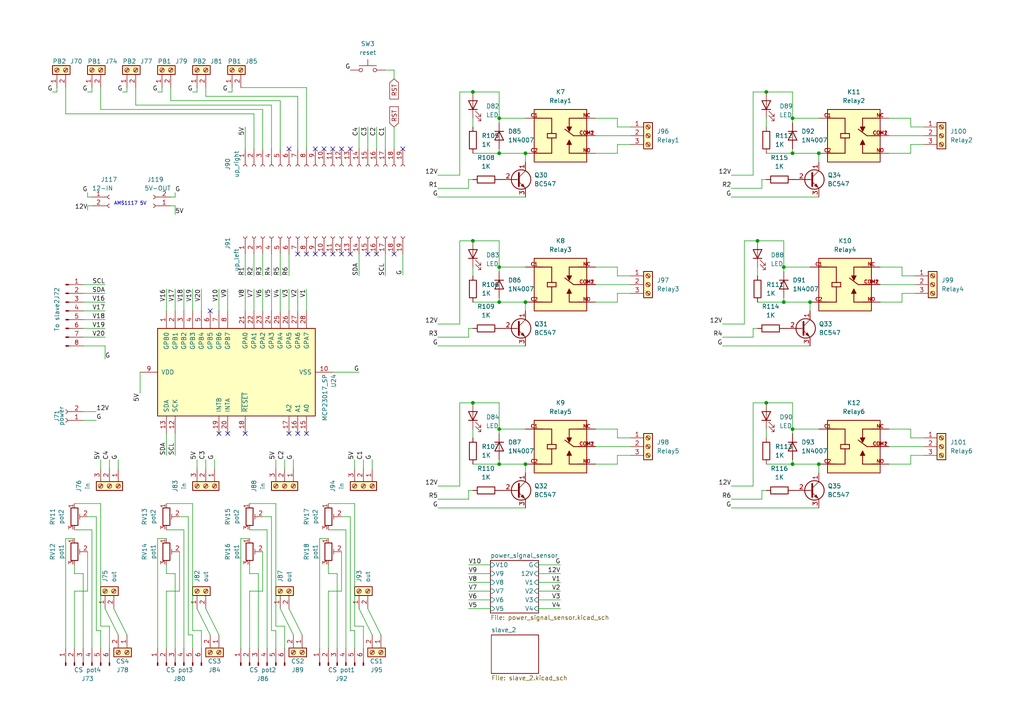
<source format=kicad_sch>
(kicad_sch (version 20211123) (generator eeschema)
  (paper "A4")
  (lib_symbols
    (symbol "Connector:Conn_01x02_Female" (pin_names (offset 1.016) hide)
      (property "Reference" "J" (at 0 2.54 0))
      (property "Value" "Conn_01x02_Female" (at 0 -5.08 0))
      (symbol "Conn_01x02_Female_1_1"
        (pin passive line (at -5.08 0 0) (length 3.81) (name "Pin_1") (number "1"))
        (pin passive line (at -5.08 -2.54 0) (length 3.81) (name "Pin_2") (number "2"))
      )
    )
    (symbol "Connector:Conn_01x06_Male" (pin_names (offset 1.016) hide)
      (property "Reference" "J" (at 0 7.62 0))
      (property "Value" "Conn_01x06_Male" (at 0 -10.16 0))
      (symbol "Conn_01x06_Male_1_1"
        (pin passive line (at 5.08 5.08 180) (length 3.81) (name "Pin_1") (number "1"))
        (pin passive line (at 5.08 2.54 180) (length 3.81) (name "Pin_2") (number "2"))
        (pin passive line (at 5.08 0 180) (length 3.81) (name "Pin_3") (number "3"))
        (pin passive line (at 5.08 -2.54 180) (length 3.81) (name "Pin_4") (number "4"))
        (pin passive line (at 5.08 -5.08 180) (length 3.81) (name "Pin_5") (number "5"))
        (pin passive line (at 5.08 -7.62 180) (length 3.81) (name "Pin_6") (number "6"))
      )
    )
    (symbol "Connector:Conn_01x08_Male" (pin_names (offset 1.016) hide)
      (property "Reference" "J" (at 0 10.16 0))
      (property "Value" "Conn_01x08_Male" (at 0 -12.7 0))
      (symbol "Conn_01x08_Male_1_1"
        (pin passive line (at 5.08 7.62 180) (length 3.81) (name "Pin_1") (number "1"))
        (pin passive line (at 5.08 5.08 180) (length 3.81) (name "Pin_2") (number "2"))
        (pin passive line (at 5.08 2.54 180) (length 3.81) (name "Pin_3") (number "3"))
        (pin passive line (at 5.08 0 180) (length 3.81) (name "Pin_4") (number "4"))
        (pin passive line (at 5.08 -2.54 180) (length 3.81) (name "Pin_5") (number "5"))
        (pin passive line (at 5.08 -5.08 180) (length 3.81) (name "Pin_6") (number "6"))
        (pin passive line (at 5.08 -7.62 180) (length 3.81) (name "Pin_7") (number "7"))
        (pin passive line (at 5.08 -10.16 180) (length 3.81) (name "Pin_8") (number "8"))
      )
    )
    (symbol "Connector:Conn_01x19_Female" (pin_names (offset 1.016) hide)
      (property "Reference" "J" (at 0 25.4 0))
      (property "Value" "Conn_01x19_Female" (at 0 -25.4 0))
      (symbol "Conn_01x19_Female_1_1"
        (pin passive line (at -5.08 22.86 0) (length 3.81) (name "Pin_1") (number "1"))
        (pin passive line (at -5.08 0 0) (length 3.81) (name "Pin_10") (number "10"))
        (pin passive line (at -5.08 -2.54 0) (length 3.81) (name "Pin_11") (number "11"))
        (pin passive line (at -5.08 -5.08 0) (length 3.81) (name "Pin_12") (number "12"))
        (pin passive line (at -5.08 -7.62 0) (length 3.81) (name "Pin_13") (number "13"))
        (pin passive line (at -5.08 -10.16 0) (length 3.81) (name "Pin_14") (number "14"))
        (pin passive line (at -5.08 -12.7 0) (length 3.81) (name "Pin_15") (number "15"))
        (pin passive line (at -5.08 -15.24 0) (length 3.81) (name "Pin_16") (number "16"))
        (pin passive line (at -5.08 -17.78 0) (length 3.81) (name "Pin_17") (number "17"))
        (pin passive line (at -5.08 -20.32 0) (length 3.81) (name "Pin_18") (number "18"))
        (pin passive line (at -5.08 -22.86 0) (length 3.81) (name "Pin_19") (number "19"))
        (pin passive line (at -5.08 20.32 0) (length 3.81) (name "Pin_2") (number "2"))
        (pin passive line (at -5.08 17.78 0) (length 3.81) (name "Pin_3") (number "3"))
        (pin passive line (at -5.08 15.24 0) (length 3.81) (name "Pin_4") (number "4"))
        (pin passive line (at -5.08 12.7 0) (length 3.81) (name "Pin_5") (number "5"))
        (pin passive line (at -5.08 10.16 0) (length 3.81) (name "Pin_6") (number "6"))
        (pin passive line (at -5.08 7.62 0) (length 3.81) (name "Pin_7") (number "7"))
        (pin passive line (at -5.08 5.08 0) (length 3.81) (name "Pin_8") (number "8"))
        (pin passive line (at -5.08 2.54 0) (length 3.81) (name "Pin_9") (number "9"))
      )
    )
    (symbol "Connector:Screw_Terminal_01x02" (pin_names (offset 1.016) hide)
      (property "Reference" "J" (at 0 2.54 0))
      (property "Value" "Screw_Terminal_01x02" (at 0 -5.08 0))
      (symbol "Screw_Terminal_01x02_1_1"
        (pin passive line (at -5.08 0 0) (length 3.81) (name "Pin_1") (number "1"))
        (pin passive line (at -5.08 -2.54 0) (length 3.81) (name "Pin_2") (number "2"))
      )
    )
    (symbol "Connector:Screw_Terminal_01x03" (pin_names (offset 1.016) hide)
      (property "Reference" "J" (at 0 5.08 0))
      (property "Value" "Screw_Terminal_01x03" (at 0 -5.08 0))
      (symbol "Screw_Terminal_01x03_1_1"
        (pin passive line (at -5.08 2.54 0) (length 3.81) (name "Pin_1") (number "1"))
        (pin passive line (at -5.08 0 0) (length 3.81) (name "Pin_2") (number "2"))
        (pin passive line (at -5.08 -2.54 0) (length 3.81) (name "Pin_3") (number "3"))
      )
    )
    (symbol "Device:LED" (pin_numbers hide) (pin_names (offset 1.016) hide)
      (property "Reference" "D" (at 0 2.54 0))
      (property "Value" "LED" (at 0 -2.54 0))
      (symbol "LED_1_1"
        (pin passive line (at -3.81 0 0) (length 2.54) (name "K") (number "1"))
        (pin passive line (at 3.81 0 180) (length 2.54) (name "A") (number "2"))
      )
    )
    (symbol "Device:R" (pin_numbers hide) (pin_names (offset 0))
      (property "Reference" "R" (at 2.032 0 90))
      (property "Value" "R" (at 0 0 90))
      (symbol "R_1_1"
        (pin passive line (at 0 3.81 270) (length 1.27) (name "~") (number "1"))
        (pin passive line (at 0 -3.81 90) (length 1.27) (name "~") (number "2"))
      )
    )
    (symbol "Device:R_Potentiometer_Trim" (pin_names (offset 1.016) hide)
      (property "Reference" "RV" (at -4.445 0 90))
      (property "Value" "R_Potentiometer_Trim" (at -2.54 0 90))
      (symbol "R_Potentiometer_Trim_1_1"
        (pin passive line (at 0 3.81 270) (length 1.27) (name "1") (number "1"))
        (pin passive line (at 3.81 0 180) (length 1.27) (name "2") (number "2"))
        (pin passive line (at 0 -3.81 90) (length 1.27) (name "3") (number "3"))
      )
    )
    (symbol "Diode:1N4007" (pin_numbers hide) (pin_names hide)
      (property "Reference" "D" (at 0 2.54 0))
      (property "Value" "1N4007" (at 0 -2.54 0))
      (symbol "1N4007_1_1"
        (pin passive line (at -3.81 0 0) (length 2.54) (name "K") (number "1"))
        (pin passive line (at 3.81 0 180) (length 2.54) (name "A") (number "2"))
      )
    )
    (symbol "Interface_Expansion:MCP23017_SP" (pin_names (offset 1.016))
      (property "Reference" "U" (at -11.43 24.13 0))
      (property "Value" "MCP23017_SP" (at 0 0 0))
      (symbol "MCP23017_SP_1_1"
        (pin bidirectional line (at 17.78 20.32 180) (length 5.08) (name "GPB0") (number "1"))
        (pin power_in line (at 0 -27.94 90) (length 5.08) (name "VSS") (number "10"))
        (pin no_connect line (at -12.7 15.24 0) (length 5.08) hide (name "NC") (number "11"))
        (pin input line (at -17.78 17.78 0) (length 5.08) (name "SCK") (number "12"))
        (pin bidirectional line (at -17.78 20.32 0) (length 5.08) (name "SDA") (number "13"))
        (pin no_connect line (at -12.7 12.7 0) (length 5.08) hide (name "NC") (number "14"))
        (pin input line (at -17.78 -20.32 0) (length 5.08) (name "A0") (number "15"))
        (pin input line (at -17.78 -17.78 0) (length 5.08) (name "A1") (number "16"))
        (pin input line (at -17.78 -15.24 0) (length 5.08) (name "A2") (number "17"))
        (pin input line (at -17.78 -2.54 0) (length 5.08) (name "~{RESET}") (number "18"))
        (pin tri_state line (at -17.78 5.08 0) (length 5.08) (name "INTB") (number "19"))
        (pin bidirectional line (at 17.78 17.78 180) (length 5.08) (name "GPB1") (number "2"))
        (pin tri_state line (at -17.78 2.54 0) (length 5.08) (name "INTA") (number "20"))
        (pin bidirectional line (at 17.78 -2.54 180) (length 5.08) (name "GPA0") (number "21"))
        (pin bidirectional line (at 17.78 -5.08 180) (length 5.08) (name "GPA1") (number "22"))
        (pin bidirectional line (at 17.78 -7.62 180) (length 5.08) (name "GPA2") (number "23"))
        (pin bidirectional line (at 17.78 -10.16 180) (length 5.08) (name "GPA3") (number "24"))
        (pin bidirectional line (at 17.78 -12.7 180) (length 5.08) (name "GPA4") (number "25"))
        (pin bidirectional line (at 17.78 -15.24 180) (length 5.08) (name "GPA5") (number "26"))
        (pin bidirectional line (at 17.78 -17.78 180) (length 5.08) (name "GPA6") (number "27"))
        (pin bidirectional line (at 17.78 -20.32 180) (length 5.08) (name "GPA7") (number "28"))
        (pin bidirectional line (at 17.78 15.24 180) (length 5.08) (name "GPB2") (number "3"))
        (pin bidirectional line (at 17.78 12.7 180) (length 5.08) (name "GPB3") (number "4"))
        (pin bidirectional line (at 17.78 10.16 180) (length 5.08) (name "GPB4") (number "5"))
        (pin bidirectional line (at 17.78 7.62 180) (length 5.08) (name "GPB5") (number "6"))
        (pin bidirectional line (at 17.78 5.08 180) (length 5.08) (name "GPB6") (number "7"))
        (pin bidirectional line (at 17.78 2.54 180) (length 5.08) (name "GPB7") (number "8"))
        (pin power_in line (at 0 27.94 270) (length 5.08) (name "VDD") (number "9"))
      )
    )
    (symbol "SLA-12VDC-SL-C:SLA-12VDC-SL-C" (pin_names (offset 1.016))
      (property "Reference" "K" (at -7.62 8.89 0))
      (property "Value" "SLA-12VDC-SL-C" (at -7.62 -10.16 0))
      (symbol "SLA-12VDC-SL-C_0_0"
        (pin passive line (at -10.16 5.08 0) (length 5.08) (name "~") (number "C1"))
        (pin passive line (at -10.16 -5.08 0) (length 5.08) (name "~") (number "C2"))
        (pin passive line (at 10.16 0 180) (length 5.08) (name "~") (number "COM1"))
        (pin passive line (at 10.16 0 180) (length 5.08) (name "~") (number "COM2"))
        (pin passive line (at 10.16 5.08 180) (length 5.08) (name "~") (number "NC"))
        (pin passive line (at 10.16 -5.08 180) (length 5.08) (name "~") (number "NO"))
      )
    )
    (symbol "Switch:SW_Push" (pin_numbers hide) (pin_names (offset 1.016) hide)
      (property "Reference" "SW" (at 1.27 2.54 0))
      (property "Value" "SW_Push" (at 0 -1.524 0))
      (symbol "SW_Push_0_1"
        (pin passive line (at -5.08 0 0) (length 2.54) (name "1") (number "1"))
        (pin passive line (at 5.08 0 180) (length 2.54) (name "2") (number "2"))
      )
    )
    (symbol "Transistor_BJT:BC547" (pin_names (offset 0) hide)
      (property "Reference" "Q" (at 5.08 1.905 0))
      (property "Value" "BC547" (at 5.08 0 0))
      (symbol "BC547_1_1"
        (pin passive line (at 2.54 5.08 270) (length 2.54) (name "C") (number "1"))
        (pin input line (at -5.08 0 0) (length 5.08) (name "B") (number "2"))
        (pin passive line (at 2.54 -5.08 90) (length 2.54) (name "E") (number "3"))
      )
    )
  )
  (junction (at 144.78 87.63))
  (junction (at 237.49 44.45))
  (junction (at 152.4 44.45))
  (junction (at 222.25 116.84))
  (junction (at 137.16 69.85))
  (junction (at 152.4 134.62))
  (junction (at 137.16 116.84))
  (junction (at 144.78 77.47))
  (junction (at 152.4 87.63))
  (junction (at 229.87 134.62))
  (junction (at 137.16 26.67))
  (junction (at 144.78 34.29))
  (junction (at 229.87 124.46))
  (junction (at 227.33 77.47))
  (junction (at 234.95 87.63))
  (junction (at 237.49 134.62))
  (junction (at 144.78 124.46))
  (junction (at 144.78 134.62))
  (junction (at 229.87 34.29))
  (junction (at 144.78 44.45))
  (junction (at 227.33 87.63))
  (junction (at 222.25 26.67))
  (junction (at 219.71 69.85))
  (junction (at 229.87 44.45))
  (no_connect (at 86.36 73.66))
  (no_connect (at 91.44 73.66))
  (no_connect (at 101.6 73.66))
  (no_connect (at 99.06 43.18))
  (no_connect (at 114.3 73.66))
  (no_connect (at 101.6 43.18))
  (no_connect (at 93.98 73.66))
  (no_connect (at 88.9 125.73))
  (no_connect (at 109.22 73.66))
  (no_connect (at 86.36 125.73))
  (no_connect (at 60.96 90.17))
  (no_connect (at 66.04 125.73))
  (no_connect (at 106.68 73.66))
  (no_connect (at 96.52 73.66))
  (no_connect (at 83.82 43.18))
  (no_connect (at 93.98 43.18))
  (no_connect (at 96.52 43.18))
  (no_connect (at 71.12 125.73))
  (no_connect (at 63.5 125.73))
  (no_connect (at 83.82 125.73))
  (no_connect (at 99.06 73.66))
  (no_connect (at 116.84 43.18))
  (no_connect (at 91.44 43.18))
  (no_connect (at 88.9 73.66))
  (wire (pts (xy 27.94 182.88) (xy 29.21 182.88)))
  (wire (pts (xy 261.62 85.09) (xy 261.62 87.63)))
  (wire (pts (xy 142.24 166.37) (xy 135.89 166.37)))
  (wire (pts (xy 255.27 77.47) (xy 261.62 77.47)))
  (wire (pts (xy 66.04 90.17) (xy 66.04 83.82)))
  (wire (pts (xy 152.4 44.45) (xy 152.4 46.99)))
  (wire (pts (xy 107.95 184.15) (xy 104.14 176.53)))
  (wire (pts (xy 144.78 35.56) (xy 144.78 34.29)))
  (wire (pts (xy 127 54.61) (xy 135.89 54.61)))
  (wire (pts (xy 69.85 156.21) (xy 72.39 156.21)))
  (wire (pts (xy 135.89 95.25) (xy 137.16 95.25)))
  (wire (pts (xy 36.83 184.15) (xy 33.02 176.53)))
  (wire (pts (xy 229.87 43.18) (xy 229.87 44.45)))
  (wire (pts (xy 218.44 97.79) (xy 218.44 95.25)))
  (wire (pts (xy 24.13 121.92) (xy 27.94 121.92)))
  (wire (pts (xy 48.26 153.67) (xy 53.34 153.67)))
  (wire (pts (xy 26.67 153.67) (xy 26.67 187.96)))
  (wire (pts (xy 137.16 44.45) (xy 144.78 44.45)))
  (wire (pts (xy 46.99 26.67) (xy 45.72 26.67)))
  (wire (pts (xy 144.78 125.73) (xy 144.78 124.46)))
  (wire (pts (xy 264.16 41.91) (xy 264.16 44.45)))
  (wire (pts (xy 55.88 182.88) (xy 58.42 182.88)))
  (wire (pts (xy 49.53 29.21) (xy 81.28 29.21)))
  (wire (pts (xy 49.53 59.69) (xy 50.8 59.69)))
  (wire (pts (xy 182.88 41.91) (xy 179.07 41.91)))
  (wire (pts (xy 97.79 166.37) (xy 97.79 187.96)))
  (wire (pts (xy 222.25 116.84) (xy 229.87 116.84)))
  (wire (pts (xy 135.89 52.07) (xy 137.16 52.07)))
  (wire (pts (xy 127 97.79) (xy 135.89 97.79)))
  (wire (pts (xy 77.47 187.96) (xy 77.47 153.67)))
  (wire (pts (xy 182.88 132.08) (xy 179.07 132.08)))
  (wire (pts (xy 25.4 60.96) (xy 25.4 59.69)))
  (wire (pts (xy 109.22 36.83) (xy 109.22 43.18)))
  (wire (pts (xy 95.25 153.67) (xy 100.33 153.67)))
  (wire (pts (xy 31.75 133.35) (xy 31.75 135.89)))
  (wire (pts (xy 116.84 79.756) (xy 116.84 73.66)))
  (wire (pts (xy 212.09 147.32) (xy 237.49 147.32)))
  (wire (pts (xy 26.67 26.67) (xy 25.4 26.67)))
  (wire (pts (xy 102.87 187.96) (xy 102.87 182.88)))
  (wire (pts (xy 57.15 25.4) (xy 57.15 26.67)))
  (wire (pts (xy 81.28 29.21) (xy 81.28 43.18)))
  (wire (pts (xy 219.71 69.85) (xy 227.33 69.85)))
  (wire (pts (xy 220.98 144.78) (xy 220.98 142.24)))
  (wire (pts (xy 27.94 149.86) (xy 27.94 182.88)))
  (wire (pts (xy 25.4 149.86) (xy 27.94 149.86)))
  (wire (pts (xy 48.26 156.21) (xy 45.72 156.21)))
  (wire (pts (xy 25.4 59.69) (xy 26.67 59.69)))
  (wire (pts (xy 74.93 166.37) (xy 74.93 187.96)))
  (wire (pts (xy 78.74 90.17) (xy 78.74 83.82)))
  (wire (pts (xy 95.25 171.45) (xy 99.06 171.45)))
  (wire (pts (xy 54.61 149.86) (xy 54.61 184.15)))
  (wire (pts (xy 24.13 97.79) (xy 30.48 97.79)))
  (wire (pts (xy 105.41 181.61) (xy 102.87 181.61)))
  (wire (pts (xy 257.81 129.54) (xy 267.97 129.54)))
  (wire (pts (xy 133.35 116.84) (xy 137.16 116.84)))
  (wire (pts (xy 111.76 20.32) (xy 114.3 20.32)))
  (wire (pts (xy 137.16 77.47) (xy 137.16 80.01)))
  (wire (pts (xy 218.44 116.84) (xy 222.25 116.84)))
  (wire (pts (xy 127 100.33) (xy 152.4 100.33)))
  (wire (pts (xy 95.25 187.96) (xy 95.25 171.45)))
  (wire (pts (xy 85.09 184.15) (xy 81.28 176.53)))
  (wire (pts (xy 60.96 184.15) (xy 57.15 176.53)))
  (wire (pts (xy 162.56 166.37) (xy 156.21 166.37)))
  (wire (pts (xy 127 147.32) (xy 152.4 147.32)))
  (wire (pts (xy 92.71 156.21) (xy 95.25 156.21)))
  (wire (pts (xy 72.39 153.67) (xy 77.47 153.67)))
  (wire (pts (xy 104.14 107.95) (xy 96.52 107.95)))
  (wire (pts (xy 82.55 181.61) (xy 80.01 181.61)))
  (wire (pts (xy 59.69 27.94) (xy 86.36 27.94)))
  (wire (pts (xy 45.72 156.21) (xy 45.72 187.96)))
  (wire (pts (xy 144.78 87.63) (xy 152.4 87.63)))
  (wire (pts (xy 52.07 171.45) (xy 48.26 171.45)))
  (wire (pts (xy 21.59 153.67) (xy 26.67 153.67)))
  (wire (pts (xy 144.78 78.74) (xy 144.78 77.47)))
  (wire (pts (xy 58.42 90.17) (xy 58.42 83.82)))
  (wire (pts (xy 215.9 69.85) (xy 215.9 93.98)))
  (wire (pts (xy 48.26 146.05) (xy 55.88 146.05)))
  (wire (pts (xy 48.26 90.17) (xy 48.26 83.82)))
  (wire (pts (xy 104.14 36.83) (xy 104.14 43.18)))
  (wire (pts (xy 179.07 77.47) (xy 179.07 80.01)))
  (wire (pts (xy 39.37 30.48) (xy 78.74 30.48)))
  (wire (pts (xy 80.01 187.96) (xy 80.01 182.88)))
  (wire (pts (xy 179.07 87.63) (xy 172.72 87.63)))
  (wire (pts (xy 127 144.78) (xy 135.89 144.78)))
  (wire (pts (xy 172.72 124.46) (xy 179.07 124.46)))
  (wire (pts (xy 50.8 59.69) (xy 50.8 62.23)))
  (wire (pts (xy 133.35 116.84) (xy 133.35 140.97)))
  (wire (pts (xy 59.69 25.4) (xy 59.69 27.94)))
  (wire (pts (xy 222.25 44.45) (xy 229.87 44.45)))
  (wire (pts (xy 30.48 82.55) (xy 24.13 82.55)))
  (wire (pts (xy 53.34 153.67) (xy 53.34 187.96)))
  (wire (pts (xy 162.56 163.83) (xy 156.21 163.83)))
  (wire (pts (xy 257.81 124.46) (xy 264.16 124.46)))
  (wire (pts (xy 215.9 69.85) (xy 219.71 69.85)))
  (wire (pts (xy 209.55 100.33) (xy 234.95 100.33)))
  (wire (pts (xy 78.74 182.88) (xy 80.01 182.88)))
  (wire (pts (xy 102.87 181.61) (xy 102.87 146.05)))
  (wire (pts (xy 16.51 25.4) (xy 16.51 26.67)))
  (wire (pts (xy 264.16 36.83) (xy 267.97 36.83)))
  (wire (pts (xy 144.78 134.62) (xy 152.4 134.62)))
  (wire (pts (xy 69.85 25.4) (xy 88.9 25.4)))
  (wire (pts (xy 76.2 73.66) (xy 76.2 80.01)))
  (wire (pts (xy 229.87 124.46) (xy 237.49 124.46)))
  (wire (pts (xy 152.4 134.62) (xy 152.4 137.16)))
  (wire (pts (xy 21.59 171.45) (xy 25.4 171.45)))
  (wire (pts (xy 73.66 33.02) (xy 73.66 43.18)))
  (wire (pts (xy 55.88 146.05) (xy 55.88 182.88)))
  (wire (pts (xy 73.66 73.66) (xy 73.66 80.01)))
  (wire (pts (xy 24.13 90.17) (xy 30.48 90.17)))
  (wire (pts (xy 133.35 140.97) (xy 127 140.97)))
  (wire (pts (xy 106.68 36.83) (xy 106.68 43.18)))
  (wire (pts (xy 71.12 90.17) (xy 71.12 83.82)))
  (wire (pts (xy 72.39 171.45) (xy 76.2 171.45)))
  (wire (pts (xy 142.24 176.53) (xy 135.89 176.53)))
  (wire (pts (xy 137.16 124.46) (xy 137.16 127)))
  (wire (pts (xy 152.4 87.63) (xy 152.4 90.17)))
  (wire (pts (xy 265.43 85.09) (xy 261.62 85.09)))
  (wire (pts (xy 52.07 171.45) (xy 52.07 160.02)))
  (wire (pts (xy 137.16 134.62) (xy 144.78 134.62)))
  (wire (pts (xy 137.16 116.84) (xy 144.78 116.84)))
  (wire (pts (xy 144.78 44.45) (xy 152.4 44.45)))
  (wire (pts (xy 133.35 26.67) (xy 137.16 26.67)))
  (wire (pts (xy 179.07 34.29) (xy 179.07 36.83)))
  (wire (pts (xy 229.87 125.73) (xy 229.87 124.46)))
  (wire (pts (xy 222.25 134.62) (xy 229.87 134.62)))
  (wire (pts (xy 144.78 124.46) (xy 152.4 124.46)))
  (wire (pts (xy 81.28 73.66) (xy 81.28 80.01)))
  (wire (pts (xy 264.16 127) (xy 267.97 127)))
  (wire (pts (xy 218.44 116.84) (xy 218.44 140.97)))
  (wire (pts (xy 21.59 156.21) (xy 19.05 156.21)))
  (wire (pts (xy 135.89 54.61) (xy 135.89 52.07)))
  (wire (pts (xy 179.07 132.08) (xy 179.07 134.62)))
  (wire (pts (xy 212.09 57.15) (xy 237.49 57.15)))
  (wire (pts (xy 76.2 31.75) (xy 76.2 43.18)))
  (wire (pts (xy 219.71 77.47) (xy 219.71 80.01)))
  (wire (pts (xy 76.2 171.45) (xy 76.2 160.02)))
  (wire (pts (xy 52.07 149.86) (xy 54.61 149.86)))
  (wire (pts (xy 71.12 36.83) (xy 71.12 43.18)))
  (wire (pts (xy 212.09 144.78) (xy 220.98 144.78)))
  (wire (pts (xy 67.31 26.67) (xy 66.04 26.67)))
  (wire (pts (xy 135.89 144.78) (xy 135.89 142.24)))
  (wire (pts (xy 172.72 34.29) (xy 179.07 34.29)))
  (wire (pts (xy 69.85 187.96) (xy 69.85 156.21)))
  (wire (pts (xy 133.35 93.98) (xy 127 93.98)))
  (wire (pts (xy 58.42 182.88) (xy 58.42 187.96)))
  (wire (pts (xy 78.74 73.66) (xy 78.74 80.01)))
  (wire (pts (xy 144.78 69.85) (xy 144.78 77.47)))
  (wire (pts (xy 101.6 182.88) (xy 102.87 182.88)))
  (wire (pts (xy 133.35 69.85) (xy 137.16 69.85)))
  (wire (pts (xy 85.09 135.89) (xy 85.09 133.35)))
  (wire (pts (xy 55.88 184.15) (xy 55.88 187.96)))
  (wire (pts (xy 57.15 26.67) (xy 55.88 26.67)))
  (wire (pts (xy 29.21 182.88) (xy 29.21 187.96)))
  (wire (pts (xy 229.87 34.29) (xy 237.49 34.29)))
  (wire (pts (xy 24.13 100.33) (xy 30.48 100.33)))
  (wire (pts (xy 135.89 142.24) (xy 137.16 142.24)))
  (wire (pts (xy 182.88 85.09) (xy 179.07 85.09)))
  (wire (pts (xy 172.72 129.54) (xy 182.88 129.54)))
  (wire (pts (xy 21.59 163.83) (xy 21.59 166.37)))
  (wire (pts (xy 135.89 97.79) (xy 135.89 95.25)))
  (wire (pts (xy 218.44 26.67) (xy 218.44 50.8)))
  (wire (pts (xy 40.64 114.046) (xy 40.64 107.95)))
  (wire (pts (xy 137.16 34.29) (xy 137.16 36.83)))
  (wire (pts (xy 48.26 171.45) (xy 48.26 187.96)))
  (wire (pts (xy 144.78 116.84) (xy 144.78 124.46)))
  (wire (pts (xy 142.24 168.91) (xy 135.89 168.91)))
  (wire (pts (xy 144.78 34.29) (xy 152.4 34.29)))
  (wire (pts (xy 219.71 87.63) (xy 227.33 87.63)))
  (wire (pts (xy 86.36 90.17) (xy 86.36 83.82)))
  (wire (pts (xy 142.24 163.83) (xy 135.89 163.83)))
  (wire (pts (xy 99.06 149.86) (xy 101.6 149.86)))
  (wire (pts (xy 63.5 184.15) (xy 59.69 176.53)))
  (wire (pts (xy 110.49 184.15) (xy 106.68 176.53)))
  (wire (pts (xy 95.25 166.37) (xy 97.79 166.37)))
  (wire (pts (xy 227.33 86.36) (xy 227.33 87.63)))
  (wire (pts (xy 105.41 187.96) (xy 105.41 181.61)))
  (wire (pts (xy 72.39 187.96) (xy 72.39 171.45)))
  (wire (pts (xy 71.12 73.66) (xy 71.12 80.01)))
  (wire (pts (xy 172.72 39.37) (xy 182.88 39.37)))
  (wire (pts (xy 261.62 87.63) (xy 255.27 87.63)))
  (wire (pts (xy 24.13 95.25) (xy 30.48 95.25)))
  (wire (pts (xy 55.88 90.17) (xy 55.88 83.82)))
  (wire (pts (xy 76.2 90.17) (xy 76.2 83.82)))
  (wire (pts (xy 222.25 26.67) (xy 229.87 26.67)))
  (wire (pts (xy 179.07 85.09) (xy 179.07 87.63)))
  (wire (pts (xy 48.26 166.37) (xy 48.26 163.83)))
  (wire (pts (xy 261.62 80.01) (xy 265.43 80.01)))
  (wire (pts (xy 24.13 92.71) (xy 30.48 92.71)))
  (wire (pts (xy 95.25 163.83) (xy 95.25 166.37)))
  (wire (pts (xy 83.82 73.66) (xy 83.82 80.01)))
  (wire (pts (xy 264.16 44.45) (xy 257.81 44.45)))
  (wire (pts (xy 264.16 34.29) (xy 264.16 36.83)))
  (wire (pts (xy 29.21 133.35) (xy 29.21 135.89)))
  (wire (pts (xy 179.07 41.91) (xy 179.07 44.45)))
  (wire (pts (xy 86.36 27.94) (xy 86.36 43.18)))
  (wire (pts (xy 229.87 35.56) (xy 229.87 34.29)))
  (wire (pts (xy 31.75 181.61) (xy 29.21 181.61)))
  (wire (pts (xy 30.48 85.09) (xy 24.13 85.09)))
  (wire (pts (xy 54.61 184.15) (xy 55.88 184.15)))
  (wire (pts (xy 24.13 87.63) (xy 30.48 87.63)))
  (wire (pts (xy 222.25 34.29) (xy 222.25 36.83)))
  (wire (pts (xy 25.4 57.15) (xy 25.4 55.88)))
  (wire (pts (xy 222.25 124.46) (xy 222.25 127)))
  (wire (pts (xy 36.83 25.4) (xy 36.83 26.67)))
  (wire (pts (xy 92.71 187.96) (xy 92.71 156.21)))
  (wire (pts (xy 107.95 135.89) (xy 107.95 133.35)))
  (wire (pts (xy 229.87 134.62) (xy 237.49 134.62)))
  (wire (pts (xy 257.81 39.37) (xy 267.97 39.37)))
  (wire (pts (xy 218.44 50.8) (xy 212.09 50.8)))
  (wire (pts (xy 215.9 93.98) (xy 209.55 93.98)))
  (wire (pts (xy 81.28 90.17) (xy 81.28 83.82)))
  (wire (pts (xy 25.4 171.45) (xy 25.4 160.02)))
  (wire (pts (xy 114.3 20.32) (xy 114.3 22.86)))
  (wire (pts (xy 255.27 82.55) (xy 265.43 82.55)))
  (wire (pts (xy 264.16 124.46) (xy 264.16 127)))
  (wire (pts (xy 156.21 173.99) (xy 162.56 173.99)))
  (wire (pts (xy 50.8 166.37) (xy 48.26 166.37)))
  (wire (pts (xy 111.76 80.01) (xy 111.76 73.66)))
  (wire (pts (xy 104.14 80.01) (xy 104.14 73.66)))
  (wire (pts (xy 172.72 82.55) (xy 182.88 82.55)))
  (wire (pts (xy 19.05 33.02) (xy 73.66 33.02)))
  (wire (pts (xy 234.95 87.63) (xy 234.95 90.17)))
  (wire (pts (xy 50.8 132.08) (xy 50.8 125.73)))
  (wire (pts (xy 142.24 173.99) (xy 135.89 173.99)))
  (wire (pts (xy 137.16 26.67) (xy 144.78 26.67)))
  (wire (pts (xy 133.35 69.85) (xy 133.35 93.98)))
  (wire (pts (xy 229.87 133.35) (xy 229.87 134.62)))
  (wire (pts (xy 67.31 25.4) (xy 67.31 26.67)))
  (wire (pts (xy 50.8 187.96) (xy 50.8 166.37)))
  (wire (pts (xy 144.78 133.35) (xy 144.78 134.62)))
  (wire (pts (xy 144.78 26.67) (xy 144.78 34.29)))
  (wire (pts (xy 99.06 171.45) (xy 99.06 160.02)))
  (wire (pts (xy 24.13 119.38) (xy 27.94 119.38)))
  (wire (pts (xy 80.01 181.61) (xy 80.01 146.05)))
  (wire (pts (xy 156.21 171.45) (xy 162.56 171.45)))
  (wire (pts (xy 220.98 52.07) (xy 222.25 52.07)))
  (wire (pts (xy 36.83 26.67) (xy 35.56 26.67)))
  (wire (pts (xy 63.5 90.17) (xy 63.5 83.82)))
  (wire (pts (xy 29.21 146.05) (xy 21.59 146.05)))
  (wire (pts (xy 21.59 187.96) (xy 21.59 171.45)))
  (wire (pts (xy 26.67 57.15) (xy 25.4 57.15)))
  (wire (pts (xy 209.55 97.79) (xy 218.44 97.79)))
  (wire (pts (xy 57.15 133.35) (xy 57.15 135.89)))
  (wire (pts (xy 59.69 133.35) (xy 59.69 135.89)))
  (wire (pts (xy 76.2 149.86) (xy 78.74 149.86)))
  (wire (pts (xy 72.39 146.05) (xy 80.01 146.05)))
  (wire (pts (xy 100.33 187.96) (xy 100.33 153.67)))
  (wire (pts (xy 88.9 25.4) (xy 88.9 43.18)))
  (wire (pts (xy 156.21 168.91) (xy 162.56 168.91)))
  (wire (pts (xy 83.82 90.17) (xy 83.82 83.82)))
  (wire (pts (xy 227.33 69.85) (xy 227.33 77.47)))
  (wire (pts (xy 218.44 26.67) (xy 222.25 26.67)))
  (wire (pts (xy 87.63 184.15) (xy 83.82 176.53)))
  (wire (pts (xy 102.87 133.35) (xy 102.87 135.89)))
  (wire (pts (xy 267.97 132.08) (xy 264.16 132.08)))
  (wire (pts (xy 34.29 184.15) (xy 30.48 176.53)))
  (wire (pts (xy 133.35 50.8) (xy 127 50.8)))
  (wire (pts (xy 144.78 77.47) (xy 152.4 77.47)))
  (wire (pts (xy 227.33 78.74) (xy 227.33 77.47)))
  (wire (pts (xy 48.26 132.08) (xy 48.26 125.73)))
  (wire (pts (xy 29.21 31.75) (xy 76.2 31.75)))
  (wire (pts (xy 179.07 80.01) (xy 182.88 80.01)))
  (wire (pts (xy 80.01 133.35) (xy 80.01 135.89)))
  (wire (pts (xy 50.8 57.15) (xy 50.8 55.88)))
  (wire (pts (xy 34.29 135.89) (xy 34.29 133.35)))
  (wire (pts (xy 31.75 187.96) (xy 31.75 181.61)))
  (wire (pts (xy 30.48 100.33) (xy 30.48 104.14)))
  (wire (pts (xy 137.16 69.85) (xy 144.78 69.85)))
  (wire (pts (xy 179.07 36.83) (xy 182.88 36.83)))
  (wire (pts (xy 114.3 36.83) (xy 114.3 43.18)))
  (wire (pts (xy 62.23 135.89) (xy 62.23 133.35)))
  (wire (pts (xy 218.44 95.25) (xy 219.71 95.25)))
  (wire (pts (xy 133.35 26.67) (xy 133.35 50.8)))
  (wire (pts (xy 267.97 41.91) (xy 264.16 41.91)))
  (wire (pts (xy 179.07 134.62) (xy 172.72 134.62)))
  (wire (pts (xy 137.16 87.63) (xy 144.78 87.63)))
  (wire (pts (xy 227.33 77.47) (xy 234.95 77.47)))
  (wire (pts (xy 257.81 34.29) (xy 264.16 34.29)))
  (wire (pts (xy 26.67 25.4) (xy 26.67 26.67)))
  (wire (pts (xy 172.72 77.47) (xy 179.07 77.47)))
  (wire (pts (xy 19.05 25.4) (xy 19.05 33.02)))
  (wire (pts (xy 144.78 86.36) (xy 144.78 87.63)))
  (wire (pts (xy 16.51 26.67) (xy 15.24 26.67)))
  (wire (pts (xy 229.87 44.45) (xy 237.49 44.45)))
  (wire (pts (xy 72.39 163.83) (xy 72.39 166.37)))
  (wire (pts (xy 49.53 57.15) (xy 50.8 57.15)))
  (wire (pts (xy 29.21 181.61) (xy 29.21 146.05)))
  (wire (pts (xy 73.66 90.17) (xy 73.66 83.82)))
  (wire (pts (xy 261.62 77.47) (xy 261.62 80.01)))
  (wire (pts (xy 227.33 87.63) (xy 234.95 87.63)))
  (wire (pts (xy 220.98 142.24) (xy 222.25 142.24)))
  (wire (pts (xy 218.44 140.97) (xy 212.09 140.97)))
  (wire (pts (xy 101.6 149.86) (xy 101.6 182.88)))
  (wire (pts (xy 144.78 43.18) (xy 144.78 44.45)))
  (wire (pts (xy 50.8 90.17) (xy 50.8 83.82)))
  (wire (pts (xy 82.55 187.96) (xy 82.55 181.61)))
  (wire (pts (xy 111.76 36.83) (xy 111.76 43.18)))
  (wire (pts (xy 105.41 133.35) (xy 105.41 135.89)))
  (wire (pts (xy 24.13 166.37) (xy 24.13 187.96)))
  (wire (pts (xy 49.53 25.4) (xy 49.53 29.21)))
  (wire (pts (xy 95.25 146.05) (xy 102.87 146.05)))
  (wire (pts (xy 237.49 44.45) (xy 237.49 46.99)))
  (wire (pts (xy 156.21 176.53) (xy 162.56 176.53)))
  (wire (pts (xy 179.07 44.45) (xy 172.72 44.45)))
  (wire (pts (xy 78.74 149.86) (xy 78.74 182.88)))
  (wire (pts (xy 72.39 166.37) (xy 74.93 166.37)))
  (wire (pts (xy 220.98 54.61) (xy 220.98 52.07)))
  (wire (pts (xy 237.49 134.62) (xy 237.49 137.16)))
  (wire (pts (xy 39.37 25.4) (xy 39.37 30.48)))
  (wire (pts (xy 142.24 171.45) (xy 135.89 171.45)))
  (wire (pts (xy 19.05 156.21) (xy 19.05 187.96)))
  (wire (pts (xy 229.87 26.67) (xy 229.87 34.29)))
  (wire (pts (xy 179.07 127) (xy 182.88 127)))
  (wire (pts (xy 78.74 30.48) (xy 78.74 43.18)))
  (wire (pts (xy 46.99 25.4) (xy 46.99 26.67)))
  (wire (pts (xy 179.07 124.46) (xy 179.07 127)))
  (wire (pts (xy 21.59 166.37) (xy 24.13 166.37)))
  (wire (pts (xy 88.9 90.17) (xy 88.9 83.82)))
  (wire (pts (xy 127 57.15) (xy 152.4 57.15)))
  (wire (pts (xy 264.16 132.08) (xy 264.16 134.62)))
  (wire (pts (xy 29.21 25.4) (xy 29.21 31.75)))
  (wire (pts (xy 82.55 133.35) (xy 82.55 135.89)))
  (wire (pts (xy 212.09 54.61) (xy 220.98 54.61)))
  (wire (pts (xy 264.16 134.62) (xy 257.81 134.62)))
  (wire (pts (xy 229.87 116.84) (xy 229.87 124.46)))
  (wire (pts (xy 53.34 90.17) (xy 53.34 83.82)))
  (text "AMS1117 5V" (at 33.02 59.69 0) (effects (font (size 1 1)) (justify left bottom)))
  (label "SDA" (at 104.14 80.01 90))
  (label "G" (at 101.6 20.32 180))
  (label "G" (at 104.14 107.95 180))
  (label "V20" (at 30.48 97.79 180))
  (label "5V" (at 102.87 133.35 90))
  (label "12V" (at 209.55 93.98 180))
  (label "R5" (at 127 144.78 180))
  (label "V8" (at 135.89 168.91 0))
  (label "SCL" (at 50.8 132.08 90))
  (label "C3" (at 106.68 36.83 270))
  (label "V7" (at 73.66 83.82 270))
  (label "V4" (at 162.56 176.53 180))
  (label "G" (at 127 57.15 180))
  (label "C3" (at 59.69 133.35 90))
  (label "V18" (at 53.34 83.82 270))
  (label "5V" (at 80.01 133.35 90))
  (label "V4" (at 81.28 83.82 270))
  (label "R1" (at 127 54.61 180))
  (label "C2" (at 109.22 36.83 270))
  (label "R3" (at 127 97.79 180))
  (label "C2" (at 82.55 133.35 90))
  (label "V16" (at 48.26 83.82 270))
  (label "V8" (at 71.12 83.82 270))
  (label "R6" (at 83.82 80.01 90))
  (label "SDA" (at 30.48 85.09 180))
  (label "5V" (at 29.21 133.35 90))
  (label "V10" (at 135.89 163.83 0))
  (label "V20" (at 58.42 83.82 270))
  (label "G" (at 212.09 57.15 180))
  (label "5V" (at 71.12 36.83 270))
  (label "G" (at 127 147.32 180))
  (label "G" (at 107.95 133.35 90))
  (label "R5" (at 81.28 80.01 90))
  (label "V2" (at 162.56 171.45 180))
  (label "V5" (at 78.74 83.82 270))
  (label "G" (at 27.94 121.92 0))
  (label "V10" (at 63.5 83.82 270))
  (label "G" (at 55.88 26.67 180))
  (label "V9" (at 135.89 166.37 0))
  (label "12V" (at 127 140.97 180))
  (label "G" (at 66.04 26.67 180))
  (label "SDA" (at 48.26 132.08 90))
  (label "V19" (at 55.88 83.82 270))
  (label "12V" (at 127 50.8 180))
  (label "SCL" (at 30.48 82.55 180))
  (label "R2" (at 212.09 54.61 180))
  (label "G" (at 25.4 55.88 180))
  (label "G" (at 116.84 79.756 90))
  (label "V19" (at 30.48 95.25 180))
  (label "R3" (at 76.2 80.01 90))
  (label "V18" (at 30.48 92.71 180))
  (label "V1" (at 162.56 168.91 180))
  (label "V3" (at 162.56 173.99 180))
  (label "G" (at 209.55 100.33 180))
  (label "12V" (at 25.4 60.96 180))
  (label "12V" (at 212.09 50.8 180))
  (label "G" (at 15.24 26.67 180))
  (label "5V" (at 57.15 133.35 90))
  (label "G" (at 127 100.33 180))
  (label "R1" (at 71.12 80.01 90))
  (label "V7" (at 135.89 171.45 0))
  (label "G" (at 25.4 26.67 180))
  (label "G" (at 50.8 55.88 0))
  (label "12V" (at 162.56 166.37 180))
  (label "5V" (at 50.8 62.23 0))
  (label "G" (at 212.09 147.32 180))
  (label "R2" (at 73.66 80.01 90))
  (label "C1" (at 105.41 133.35 90))
  (label "V16" (at 30.48 87.63 180))
  (label "12V" (at 27.94 119.38 0))
  (label "G" (at 30.48 104.14 0))
  (label "G" (at 35.56 26.67 180))
  (label "G" (at 45.72 26.67 180))
  (label "V17" (at 50.8 83.82 270))
  (label "V6" (at 76.2 83.82 270))
  (label "C4" (at 104.14 36.83 270))
  (label "12V" (at 212.09 140.97 180))
  (label "C1" (at 111.76 36.83 270))
  (label "V6" (at 135.89 173.99 0))
  (label "G" (at 34.29 133.35 90))
  (label "V9" (at 66.04 83.82 270))
  (label "V17" (at 30.48 90.17 180))
  (label "G" (at 85.09 133.35 90))
  (label "C4" (at 31.75 133.35 90))
  (label "G" (at 162.56 163.83 180))
  (label "V1" (at 88.9 83.82 270))
  (label "12V" (at 127 93.98 180))
  (label "V2" (at 86.36 83.82 270))
  (label "V5" (at 135.89 176.53 0))
  (label "V3" (at 83.82 83.82 270))
  (label "SCL" (at 111.76 80.01 90))
  (label "G" (at 62.23 133.35 90))
  (label "5V" (at 40.64 114.046 270))
  (label "R4" (at 78.74 80.01 90))
  (label "R6" (at 212.09 144.78 180))
  (label "R4" (at 209.55 97.79 180))
  (global_label "RST" (shape input) (at 114.3 22.86 270) (property "Intersheet References" "${INTERSHEET_REFS}" (effects hide)))
  (global_label "RST" (shape input) (at 114.3 36.83 90) (property "Intersheet References" "${INTERSHEET_REFS}" (effects hide)))
  (symbol (lib_id "Connector:Screw_Terminal_01x03") (at 31.75 140.97 270) (unit 1)
    (property "Reference" "J76" (at 22.86 140.97 0))
    (property "Value" "in" (at 25.4 140.97 0))
  )
  (symbol (lib_id "Diode:1N4007") (at 144.78 39.37 270) (unit 1)
    (property "Reference" "D85" (at 147.32 38.0999 90) (effects (justify left)))
    (property "Value" "1N4007" (at 147.32 40.6399 90) (effects (justify left)))
    (property "Footprint" "Diode_THT:D_DO-41_SOD81_P10.16mm_Horizontal" (effects hide))
    (property "Datasheet" "http://www.vishay.com/docs/88503/1n4001.pdf" (effects hide))
  )
  (symbol (lib_id "Connector:Screw_Terminal_01x03") (at 187.96 129.54 0) (unit 1)
    (property "Reference" "J98" (at 190.5 128.2699 0) (effects (justify left)))
    (property "Value" "Relay5" (at 190.5 130.8099 0) (effects (justify left)))
    (property "Footprint" "Connector_PinSocket_2.54mm:PinSocket_1x03_P2.54mm_Vertical" (effects hide))
  )
  (symbol (lib_id "Connector:Screw_Terminal_01x03") (at 187.96 39.37 0) (unit 1)
    (property "Reference" "J96" (at 190.5 38.0999 0) (effects (justify left)))
    (property "Value" "Relay1" (at 190.5 40.6399 0) (effects (justify left)))
    (property "Footprint" "Connector_PinSocket_2.54mm:PinSocket_1x03_P2.54mm_Vertical" (effects hide))
  )
  (symbol (lib_id "SLA-12VDC-SL-C:SLA-12VDC-SL-C") (at 247.65 129.54 0) (unit 1)
    (property "Reference" "K12" (at 247.65 116.84 0))
    (property "Value" "Relay6" (at 247.65 119.38 0))
    (property "Footprint" "RELAY_SLA-12VDC-SL-C" (effects hide))
    (property "MAXIMUM_PACKAGE_HEIGHT" "20.4 mm" (effects hide))
    (property "MANUFACTURER" "Songle Relay" (effects hide))
    (property "STANDARD" "Manufacturer Recommendations" (effects hide))
  )
  (symbol (lib_id "Transistor_BJT:BC547") (at 234.95 52.07 0) (unit 1)
    (property "Reference" "Q34" (at 240.03 50.7999 0) (effects (justify left)))
    (property "Value" "BC547" (at 240.03 53.3399 0) (effects (justify left)))
    (property "Footprint" "Package_TO_SOT_THT:TO-92_Inline" (effects hide))
    (property "Datasheet" "https://www.onsemi.com/pub/Collateral/BC550-D.pdf" (effects hide))
  )
  (symbol (lib_id "Connector:Screw_Terminal_01x02") (at 57.15 171.45 90) (unit 1)
    (property "Reference" "J82" (at 57.1499 168.91 0) (effects (justify left)))
    (property "Value" "out" (at 59.6899 168.91 0) (effects (justify left)))
  )
  (symbol (lib_id "Connector:Screw_Terminal_01x02") (at 81.28 171.45 90) (unit 1)
    (property "Reference" "J87" (at 81.2799 168.91 0) (effects (justify left)))
    (property "Value" "out" (at 83.8199 168.91 0) (effects (justify left)))
  )
  (symbol (lib_id "Connector:Conn_01x02_Female") (at 31.75 57.15 0) (unit 1)
    (property "Reference" "J117" (at 29.21 52.07 0) (effects (justify left)))
    (property "Value" "12-IN" (at 26.67 54.61 0) (effects (justify left)))
  )
  (symbol (lib_id "Device:R") (at 137.16 130.81 180) (unit 1)
    (property "Reference" "R107" (at 139.7 129.5399 0) (effects (justify right)))
    (property "Value" "1K" (at 139.7 132.0799 0) (effects (justify right)))
  )
  (symbol (lib_id "Connector:Conn_01x19_Female") (at 93.98 48.26 90) (mirror x) (unit 1)
    (property "Reference" "J90" (at 66.04 47.625 0))
    (property "Value" "up_right" (at 68.58 47.625 0))
  )
  (symbol (lib_id "Diode:1N4007") (at 229.87 39.37 270) (unit 1)
    (property "Reference" "D92" (at 232.41 38.0999 90) (effects (justify left)))
    (property "Value" "1N4007" (at 232.41 40.6399 90) (effects (justify left)))
    (property "Footprint" "Diode_THT:D_DO-41_SOD81_P10.16mm_Horizontal" (effects hide))
    (property "Datasheet" "http://www.vishay.com/docs/88503/1n4001.pdf" (effects hide))
  )
  (symbol (lib_id "Interface_Expansion:MCP23017_SP") (at 68.58 107.95 90) (unit 1)
    (property "Reference" "U24" (at 96.774 108.4706 0) (effects (justify right)))
    (property "Value" "MCP23017_SP" (at 94.234 108.4706 0) (effects (justify right)))
    (property "Footprint" "Package_DIP:DIP-28_W7.62mm" (effects hide))
    (property "Datasheet" "http://ww1.microchip.com/downloads/en/DeviceDoc/20001952C.pdf" (effects hide))
  )
  (symbol (lib_id "Device:LED") (at 137.16 120.65 90) (unit 1)
    (property "Reference" "D84" (at 140.97 120.9674 90) (effects (justify right)))
    (property "Value" "LED" (at 140.97 123.5074 90) (effects (justify right)))
  )
  (symbol (lib_id "Device:R_Potentiometer_Trim") (at 48.26 160.02 0) (unit 1)
    (property "Reference" "RV14" (at 41.91 160.02 90))
    (property "Value" "pot1" (at 44.45 160.02 90))
  )
  (symbol (lib_id "SLA-12VDC-SL-C:SLA-12VDC-SL-C") (at 247.65 39.37 0) (unit 1)
    (property "Reference" "K11" (at 247.65 26.67 0))
    (property "Value" "Relay2" (at 247.65 29.21 0))
    (property "Footprint" "RELAY_SLA-12VDC-SL-C" (effects hide))
    (property "MAXIMUM_PACKAGE_HEIGHT" "20.4 mm" (effects hide))
    (property "MANUFACTURER" "Songle Relay" (effects hide))
    (property "STANDARD" "Manufacturer Recommendations" (effects hide))
  )
  (symbol (lib_id "Connector:Screw_Terminal_01x03") (at 270.51 82.55 0) (unit 1)
    (property "Reference" "J99" (at 273.05 81.2799 0) (effects (justify left)))
    (property "Value" "Relay4" (at 273.05 83.8199 0) (effects (justify left)))
    (property "Footprint" "Connector_PinSocket_2.54mm:PinSocket_1x03_P2.54mm_Vertical" (effects hide))
  )
  (symbol (lib_id "Device:LED") (at 137.16 73.66 90) (unit 1)
    (property "Reference" "D83" (at 140.97 73.9774 90) (effects (justify right)))
    (property "Value" "LED" (at 140.97 76.5174 90) (effects (justify right)))
  )
  (symbol (lib_id "SLA-12VDC-SL-C:SLA-12VDC-SL-C") (at 162.56 39.37 0) (unit 1)
    (property "Reference" "K7" (at 162.56 26.67 0))
    (property "Value" "Relay1" (at 162.56 29.21 0))
    (property "Footprint" "RELAY_SLA-12VDC-SL-C" (effects hide))
    (property "MAXIMUM_PACKAGE_HEIGHT" "20.4 mm" (effects hide))
    (property "MANUFACTURER" "Songle Relay" (effects hide))
    (property "STANDARD" "Manufacturer Recommendations" (effects hide))
  )
  (symbol (lib_id "Connector:Conn_01x02_Female") (at 19.05 121.92 180) (unit 1)
    (property "Reference" "J71" (at 16.51 120.65 90))
    (property "Value" "power" (at 17.78 120.65 90))
  )
  (symbol (lib_id "Device:R_Potentiometer_Trim") (at 95.25 160.02 0) (unit 1)
    (property "Reference" "RV18" (at 88.9 160.02 90))
    (property "Value" "pot1" (at 91.44 160.02 90))
  )
  (symbol (lib_id "Connector:Conn_01x02_Female") (at 44.45 59.69 180) (unit 1)
    (property "Reference" "J119" (at 45.085 52.07 0))
    (property "Value" "5V-OUT" (at 45.72 54.61 0))
  )
  (symbol (lib_id "Connector:Screw_Terminal_01x02") (at 110.49 189.23 270) (unit 1)
    (property "Reference" "J95" (at 109.22 194.31 90))
    (property "Value" "CS1" (at 109.22 191.77 90))
  )
  (symbol (lib_id "Connector:Screw_Terminal_01x02") (at 36.83 20.32 90) (unit 1)
    (property "Reference" "J77" (at 40.64 17.78 90) (effects (justify right)))
    (property "Value" "PB2" (at 35.56 17.78 90) (effects (justify right)))
  )
  (symbol (lib_id "Device:R_Potentiometer_Trim") (at 21.59 160.02 0) (unit 1)
    (property "Reference" "RV12" (at 15.24 160.02 90))
    (property "Value" "pot1" (at 17.78 160.02 90))
  )
  (symbol (lib_id "Device:LED") (at 219.71 73.66 90) (unit 1)
    (property "Reference" "D88" (at 223.52 73.9774 90) (effects (justify right)))
    (property "Value" "LED" (at 223.52 76.5174 90) (effects (justify right)))
  )
  (symbol (lib_id "Device:R") (at 222.25 40.64 180) (unit 1)
    (property "Reference" "R112" (at 224.79 39.3699 0) (effects (justify right)))
    (property "Value" "1K" (at 224.79 41.9099 0) (effects (justify right)))
  )
  (symbol (lib_id "SLA-12VDC-SL-C:SLA-12VDC-SL-C") (at 245.11 82.55 0) (unit 1)
    (property "Reference" "K10" (at 245.11 69.85 0))
    (property "Value" "Relay4" (at 245.11 72.39 0))
    (property "Footprint" "RELAY_SLA-12VDC-SL-C" (effects hide))
    (property "MAXIMUM_PACKAGE_HEIGHT" "20.4 mm" (effects hide))
    (property "MANUFACTURER" "Songle Relay" (effects hide))
    (property "STANDARD" "Manufacturer Recommendations" (effects hide))
  )
  (symbol (lib_id "Device:R") (at 223.52 95.25 90) (unit 1)
    (property "Reference" "R114" (at 223.52 88.9 90))
    (property "Value" "1K" (at 223.52 91.44 90))
  )
  (symbol (lib_id "SLA-12VDC-SL-C:SLA-12VDC-SL-C") (at 162.56 82.55 0) (unit 1)
    (property "Reference" "K8" (at 162.56 69.85 0))
    (property "Value" "Relay3" (at 162.56 72.39 0))
    (property "Footprint" "RELAY_SLA-12VDC-SL-C" (effects hide))
    (property "MAXIMUM_PACKAGE_HEIGHT" "20.4 mm" (effects hide))
    (property "MANUFACTURER" "Songle Relay" (effects hide))
    (property "STANDARD" "Manufacturer Recommendations" (effects hide))
  )
  (symbol (lib_id "Diode:1N4007") (at 144.78 82.55 270) (unit 1)
    (property "Reference" "D86" (at 147.32 81.2799 90) (effects (justify left)))
    (property "Value" "1N4007" (at 147.32 83.8199 90) (effects (justify left)))
    (property "Footprint" "Diode_THT:D_DO-41_SOD81_P10.16mm_Horizontal" (effects hide))
    (property "Datasheet" "http://www.vishay.com/docs/88503/1n4001.pdf" (effects hide))
  )
  (symbol (lib_id "Connector:Conn_01x06_Male") (at 74.93 193.04 90) (unit 1)
    (property "Reference" "J86" (at 76.2 196.85 90))
    (property "Value" "CS pot2" (at 76.2 194.31 90))
  )
  (symbol (lib_id "Connector:Conn_01x08_Male") (at 19.05 90.17 0) (unit 1)
    (property "Reference" "J72" (at 16.51 85.09 90))
    (property "Value" "To slave2" (at 16.51 91.44 90))
  )
  (symbol (lib_id "Device:LED") (at 137.16 30.48 90) (unit 1)
    (property "Reference" "D82" (at 140.97 30.7974 90) (effects (justify right)))
    (property "Value" "LED" (at 140.97 33.3374 90) (effects (justify right)))
  )
  (symbol (lib_id "Device:R") (at 222.25 130.81 180) (unit 1)
    (property "Reference" "R113" (at 224.79 129.5399 0) (effects (justify right)))
    (property "Value" "1K" (at 224.79 132.0799 0) (effects (justify right)))
  )
  (symbol (lib_id "Switch:SW_Push") (at 106.68 20.32 0) (unit 1)
    (property "Reference" "SW3" (at 106.68 12.7 0))
    (property "Value" "reset" (at 106.68 15.24 0))
  )
  (symbol (lib_id "Connector:Conn_01x06_Male") (at 50.8 193.04 90) (unit 1)
    (property "Reference" "J80" (at 52.07 196.85 90))
    (property "Value" "CS pot3" (at 52.07 194.31 90))
  )
  (symbol (lib_id "Device:R_Potentiometer_Trim") (at 21.59 149.86 0) (unit 1)
    (property "Reference" "RV11" (at 15.24 149.86 90))
    (property "Value" "pot2" (at 17.78 149.86 90))
  )
  (symbol (lib_id "Connector:Screw_Terminal_01x03") (at 187.96 82.55 0) (unit 1)
    (property "Reference" "J97" (at 190.5 81.2799 0) (effects (justify left)))
    (property "Value" "Relay3" (at 190.5 83.8199 0) (effects (justify left)))
    (property "Footprint" "Connector_PinSocket_2.54mm:PinSocket_1x03_P2.54mm_Vertical" (effects hide))
  )
  (symbol (lib_id "Connector:Screw_Terminal_01x02") (at 104.14 171.45 90) (unit 1)
    (property "Reference" "J93" (at 104.1399 168.91 0) (effects (justify left)))
    (property "Value" "out" (at 106.6799 168.91 0) (effects (justify left)))
  )
  (symbol (lib_id "Device:R") (at 219.71 83.82 180) (unit 1)
    (property "Reference" "R111" (at 222.25 82.5499 0) (effects (justify right)))
    (property "Value" "1K" (at 222.25 85.0899 0) (effects (justify right)))
  )
  (symbol (lib_id "Connector:Screw_Terminal_01x03") (at 105.41 140.97 270) (unit 1)
    (property "Reference" "J94" (at 96.52 140.97 0))
    (property "Value" "in" (at 99.06 140.97 0))
  )
  (symbol (lib_id "Connector:Screw_Terminal_01x02") (at 63.5 189.23 270) (unit 1)
    (property "Reference" "J84" (at 62.23 194.31 90))
    (property "Value" "CS3" (at 62.23 191.77 90))
  )
  (symbol (lib_id "Diode:1N4007") (at 227.33 82.55 270) (unit 1)
    (property "Reference" "D91" (at 229.87 81.2799 90) (effects (justify left)))
    (property "Value" "1N4007" (at 229.87 83.8199 90) (effects (justify left)))
    (property "Footprint" "Diode_THT:D_DO-41_SOD81_P10.16mm_Horizontal" (effects hide))
    (property "Datasheet" "http://www.vishay.com/docs/88503/1n4001.pdf" (effects hide))
  )
  (symbol (lib_id "Connector:Screw_Terminal_01x02") (at 46.99 20.32 90) (unit 1)
    (property "Reference" "J79" (at 50.8 17.78 90) (effects (justify right)))
    (property "Value" "PB1" (at 45.72 17.78 90) (effects (justify right)))
  )
  (symbol (lib_id "Device:R_Potentiometer_Trim") (at 95.25 149.86 0) (unit 1)
    (property "Reference" "RV17" (at 88.9 149.86 90))
    (property "Value" "pot2" (at 91.44 149.86 90))
  )
  (symbol (lib_id "Device:R") (at 226.06 142.24 90) (unit 1)
    (property "Reference" "R116" (at 226.06 135.89 90))
    (property "Value" "1K" (at 226.06 138.43 90))
  )
  (symbol (lib_id "Connector:Screw_Terminal_01x02") (at 36.83 189.23 270) (unit 1)
    (property "Reference" "J78" (at 35.56 194.31 90))
    (property "Value" "CS4" (at 35.56 191.77 90))
  )
  (symbol (lib_id "Connector:Screw_Terminal_01x02") (at 87.63 189.23 270) (unit 1)
    (property "Reference" "J89" (at 86.36 194.31 90))
    (property "Value" "CS2" (at 86.36 191.77 90))
  )
  (symbol (lib_id "Diode:1N4007") (at 229.87 129.54 270) (unit 1)
    (property "Reference" "D93" (at 232.41 128.2699 90) (effects (justify left)))
    (property "Value" "1N4007" (at 232.41 130.8099 90) (effects (justify left)))
    (property "Footprint" "Diode_THT:D_DO-41_SOD81_P10.16mm_Horizontal" (effects hide))
    (property "Datasheet" "http://www.vishay.com/docs/88503/1n4001.pdf" (effects hide))
  )
  (symbol (lib_id "Device:R_Potentiometer_Trim") (at 72.39 149.86 0) (unit 1)
    (property "Reference" "RV15" (at 66.04 149.86 90))
    (property "Value" "pot2" (at 68.58 149.86 90))
  )
  (symbol (lib_id "Transistor_BJT:BC547") (at 149.86 142.24 0) (unit 1)
    (property "Reference" "Q32" (at 154.94 140.9699 0) (effects (justify left)))
    (property "Value" "BC547" (at 154.94 143.5099 0) (effects (justify left)))
    (property "Footprint" "Package_TO_SOT_THT:TO-92_Inline" (effects hide))
    (property "Datasheet" "https://www.onsemi.com/pub/Collateral/BC550-D.pdf" (effects hide))
  )
  (symbol (lib_id "Device:R") (at 140.97 52.07 90) (unit 1)
    (property "Reference" "R108" (at 140.97 45.72 90))
    (property "Value" "1K" (at 140.97 48.26 90))
  )
  (symbol (lib_id "SLA-12VDC-SL-C:SLA-12VDC-SL-C") (at 162.56 129.54 0) (unit 1)
    (property "Reference" "K9" (at 162.56 116.84 0))
    (property "Value" "Relay5" (at 162.56 119.38 0))
    (property "Footprint" "RELAY_SLA-12VDC-SL-C" (effects hide))
    (property "MAXIMUM_PACKAGE_HEIGHT" "20.4 mm" (effects hide))
    (property "MANUFACTURER" "Songle Relay" (effects hide))
    (property "STANDARD" "Manufacturer Recommendations" (effects hide))
  )
  (symbol (lib_id "Transistor_BJT:BC547") (at 149.86 95.25 0) (unit 1)
    (property "Reference" "Q31" (at 154.94 93.9799 0) (effects (justify left)))
    (property "Value" "BC547" (at 154.94 96.5199 0) (effects (justify left)))
    (property "Footprint" "Package_TO_SOT_THT:TO-92_Inline" (effects hide))
    (property "Datasheet" "https://www.onsemi.com/pub/Collateral/BC550-D.pdf" (effects hide))
  )
  (symbol (lib_id "Device:R") (at 140.97 142.24 90) (unit 1)
    (property "Reference" "R110" (at 140.97 135.89 90))
    (property "Value" "1K" (at 140.97 138.43 90))
  )
  (symbol (lib_id "Connector:Screw_Terminal_01x02") (at 16.51 20.32 90) (unit 1)
    (property "Reference" "J70" (at 20.32 17.78 90) (effects (justify right)))
    (property "Value" "PB2" (at 15.24 17.78 90) (effects (justify right)))
  )
  (symbol (lib_id "Diode:1N4007") (at 144.78 129.54 270) (unit 1)
    (property "Reference" "D87" (at 147.32 128.2699 90) (effects (justify left)))
    (property "Value" "1N4007" (at 147.32 130.8099 90) (effects (justify left)))
    (property "Footprint" "Diode_THT:D_DO-41_SOD81_P10.16mm_Horizontal" (effects hide))
    (property "Datasheet" "http://www.vishay.com/docs/88503/1n4001.pdf" (effects hide))
  )
  (symbol (lib_id "Device:R") (at 137.16 83.82 180) (unit 1)
    (property "Reference" "R106" (at 139.7 82.5499 0) (effects (justify right)))
    (property "Value" "1K" (at 139.7 85.0899 0) (effects (justify right)))
  )
  (symbol (lib_id "Transistor_BJT:BC547") (at 149.86 52.07 0) (unit 1)
    (property "Reference" "Q30" (at 154.94 50.7999 0) (effects (justify left)))
    (property "Value" "BC547" (at 154.94 53.3399 0) (effects (justify left)))
    (property "Footprint" "Package_TO_SOT_THT:TO-92_Inline" (effects hide))
    (property "Datasheet" "https://www.onsemi.com/pub/Collateral/BC550-D.pdf" (effects hide))
  )
  (symbol (lib_id "Device:LED") (at 222.25 120.65 90) (unit 1)
    (property "Reference" "D90" (at 226.06 120.9674 90) (effects (justify right)))
    (property "Value" "LED" (at 226.06 123.5074 90) (effects (justify right)))
  )
  (symbol (lib_id "Connector:Screw_Terminal_01x03") (at 82.55 140.97 270) (unit 1)
    (property "Reference" "J88" (at 73.66 140.97 0))
    (property "Value" "in" (at 76.2 140.97 0))
  )
  (symbol (lib_id "Connector:Screw_Terminal_01x02") (at 67.31 20.32 90) (unit 1)
    (property "Reference" "J85" (at 71.12 17.78 90) (effects (justify right)))
    (property "Value" "PB1" (at 66.04 17.78 90) (effects (justify right)))
  )
  (symbol (lib_id "Transistor_BJT:BC547") (at 234.95 142.24 0) (unit 1)
    (property "Reference" "Q35" (at 240.03 140.9699 0) (effects (justify left)))
    (property "Value" "BC547" (at 240.03 143.5099 0) (effects (justify left)))
    (property "Footprint" "Package_TO_SOT_THT:TO-92_Inline" (effects hide))
    (property "Datasheet" "https://www.onsemi.com/pub/Collateral/BC550-D.pdf" (effects hide))
  )
  (symbol (lib_id "Device:LED") (at 222.25 30.48 90) (unit 1)
    (property "Reference" "D89" (at 226.06 30.7974 90) (effects (justify right)))
    (property "Value" "LED" (at 226.06 33.3374 90) (effects (justify right)))
  )
  (symbol (lib_id "Connector:Screw_Terminal_01x02") (at 57.15 20.32 90) (unit 1)
    (property "Reference" "J81" (at 60.96 17.78 90) (effects (justify right)))
    (property "Value" "PB2" (at 55.88 17.78 90) (effects (justify right)))
  )
  (symbol (lib_id "Connector:Screw_Terminal_01x03") (at 273.05 129.54 0) (unit 1)
    (property "Reference" "J101" (at 275.59 128.2699 0) (effects (justify left)))
    (property "Value" "Relay6" (at 275.59 130.8099 0) (effects (justify left)))
    (property "Footprint" "Connector_PinSocket_2.54mm:PinSocket_1x03_P2.54mm_Vertical" (effects hide))
  )
  (symbol (lib_id "Connector:Screw_Terminal_01x02") (at 26.67 20.32 90) (unit 1)
    (property "Reference" "J74" (at 30.48 17.78 90) (effects (justify right)))
    (property "Value" "PB1" (at 25.4 17.78 90) (effects (justify right)))
  )
  (symbol (lib_id "Transistor_BJT:BC547") (at 232.41 95.25 0) (unit 1)
    (property "Reference" "Q33" (at 237.49 93.9799 0) (effects (justify left)))
    (property "Value" "BC547" (at 237.49 96.5199 0) (effects (justify left)))
    (property "Footprint" "Package_TO_SOT_THT:TO-92_Inline" (effects hide))
    (property "Datasheet" "https://www.onsemi.com/pub/Collateral/BC550-D.pdf" (effects hide))
  )
  (symbol (lib_id "Device:R") (at 226.06 52.07 90) (unit 1)
    (property "Reference" "R115" (at 226.06 45.72 90))
    (property "Value" "1K" (at 226.06 48.26 90))
  )
  (symbol (lib_id "Connector:Conn_01x06_Male") (at 97.79 193.04 90) (unit 1)
    (property "Reference" "J92" (at 99.06 196.85 90))
    (property "Value" "CS pot1" (at 99.06 194.31 90))
  )
  (symbol (lib_id "Connector:Conn_01x19_Female") (at 93.98 68.58 90) (unit 1)
    (property "Reference" "J91" (at 66.04 72.39 0) (effects (justify left)))
    (property "Value" "up_left" (at 68.58 78.74 0) (effects (justify left)))
  )
  (symbol (lib_id "Device:R") (at 140.97 95.25 90) (unit 1)
    (property "Reference" "R109" (at 140.97 88.9 90))
    (property "Value" "1K" (at 140.97 91.44 90))
  )
  (symbol (lib_id "Connector:Screw_Terminal_01x03") (at 59.69 140.97 270) (unit 1)
    (property "Reference" "J83" (at 50.8 140.97 0))
    (property "Value" "in" (at 53.34 140.97 0))
  )
  (symbol (lib_id "Device:R") (at 137.16 40.64 180) (unit 1)
    (property "Reference" "R105" (at 139.7 39.3699 0) (effects (justify right)))
    (property "Value" "1K" (at 139.7 41.9099 0) (effects (justify right)))
  )
  (symbol (lib_id "Connector:Screw_Terminal_01x03") (at 273.05 39.37 0) (unit 1)
    (property "Reference" "J100" (at 275.59 38.0999 0) (effects (justify left)))
    (property "Value" "Relay2" (at 275.59 40.6399 0) (effects (justify left)))
    (property "Footprint" "Connector_PinSocket_2.54mm:PinSocket_1x03_P2.54mm_Vertical" (effects hide))
  )
  (symbol (lib_id "Device:R_Potentiometer_Trim") (at 48.26 149.86 0) (unit 1)
    (property "Reference" "RV13" (at 41.91 149.86 90))
    (property "Value" "pot2" (at 44.45 149.86 90))
  )
  (symbol (lib_id "Connector:Conn_01x06_Male") (at 24.13 193.04 90) (unit 1)
    (property "Reference" "J73" (at 25.4 196.85 90))
    (property "Value" "CS pot4" (at 25.4 194.31 90))
  )
  (symbol (lib_id "Connector:Screw_Terminal_01x02") (at 30.48 171.45 90) (unit 1)
    (property "Reference" "J75" (at 30.4799 168.91 0) (effects (justify left)))
    (property "Value" "out" (at 33.0199 168.91 0) (effects (justify left)))
  )
  (symbol (lib_id "Device:R_Potentiometer_Trim") (at 72.39 160.02 0) (unit 1)
    (property "Reference" "RV16" (at 66.04 160.02 90))
    (property "Value" "pot1" (at 68.58 160.02 90))
  )
  (sheet (at 142.24 162.56) (size 13.97 15.24) (stroke (width 0.1524))
    (property "Sheet name" "power_signal_sensor" (at 142.24 161.8484 0) (effects (justify left bottom)))
    (property "Sheet file" "power_signal_sensor.kicad_sch" (at 142.24 178.3846 0) (effects (justify left top)))
    (pin "G" input (at 156.21 163.83 0))
    (pin "V4" input (at 156.21 176.53 0))
    (pin "V3" input (at 156.21 173.99 0))
    (pin "V1" input (at 156.21 168.91 0))
    (pin "V2" input (at 156.21 171.45 0))
    (pin "V8" input (at 142.24 168.91 180))
    (pin "V10" input (at 142.24 163.83 180))
    (pin "V9" input (at 142.24 166.37 180))
    (pin "V7" input (at 142.24 171.45 180))
    (pin "V6" input (at 142.24 173.99 180))
    (pin "V5" input (at 142.24 176.53 180))
    (pin "12V" input (at 156.21 166.37 0))
  )
  (sheet (at 142.494 184.15) (size 13.716 11.176) (stroke (width 0.1524))
    (property "Sheet name" "slave_2" (at 142.494 183.4384 0) (effects (justify left bottom)))
    (property "Sheet file" "slave_2.kicad_sch" (at 142.494 195.9106 0) (effects (justify left top)))
  )
)
</source>
